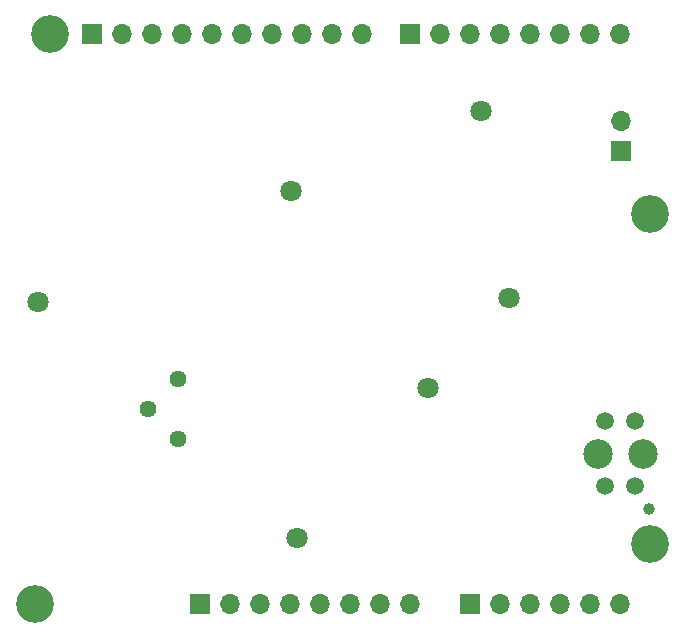
<source format=gbs>
%TF.GenerationSoftware,KiCad,Pcbnew,(6.0.7)*%
%TF.CreationDate,2023-02-07T21:03:53+01:00*%
%TF.ProjectId,002 ardu ino shield,30303220-6172-4647-9520-696e6f207368,rev?*%
%TF.SameCoordinates,Original*%
%TF.FileFunction,Soldermask,Bot*%
%TF.FilePolarity,Negative*%
%FSLAX46Y46*%
G04 Gerber Fmt 4.6, Leading zero omitted, Abs format (unit mm)*
G04 Created by KiCad (PCBNEW (6.0.7)) date 2023-02-07 21:03:53*
%MOMM*%
%LPD*%
G01*
G04 APERTURE LIST*
%ADD10R,1.700000X1.700000*%
%ADD11O,1.700000X1.700000*%
%ADD12C,2.500000*%
%ADD13C,1.000000*%
%ADD14C,1.500000*%
%ADD15C,1.800000*%
%ADD16C,3.200000*%
%ADD17C,1.440000*%
G04 APERTURE END LIST*
D10*
X127940000Y-97460000D03*
D11*
X130480000Y-97460000D03*
X133020000Y-97460000D03*
X135560000Y-97460000D03*
X138100000Y-97460000D03*
X140640000Y-97460000D03*
X143180000Y-97460000D03*
X145720000Y-97460000D03*
D10*
X150800000Y-97460000D03*
D11*
X153340000Y-97460000D03*
X155880000Y-97460000D03*
X158420000Y-97460000D03*
X160960000Y-97460000D03*
X163500000Y-97460000D03*
D10*
X118796000Y-49200000D03*
D11*
X121336000Y-49200000D03*
X123876000Y-49200000D03*
X126416000Y-49200000D03*
X128956000Y-49200000D03*
X131496000Y-49200000D03*
X134036000Y-49200000D03*
X136576000Y-49200000D03*
X139116000Y-49200000D03*
X141656000Y-49200000D03*
D10*
X145720000Y-49200000D03*
D11*
X148260000Y-49200000D03*
X150800000Y-49200000D03*
X153340000Y-49200000D03*
X155880000Y-49200000D03*
X158420000Y-49200000D03*
X160960000Y-49200000D03*
X163500000Y-49200000D03*
D12*
X165400000Y-84760000D03*
X161600000Y-84760000D03*
D13*
X165950000Y-89410000D03*
D14*
X162230000Y-82010000D03*
X164770000Y-82010000D03*
X162230000Y-87510000D03*
X164770000Y-87510000D03*
D10*
X163600000Y-59100000D03*
D11*
X163600000Y-56560000D03*
D15*
X114200000Y-71900000D03*
X136100000Y-91900000D03*
X151700000Y-55700000D03*
D16*
X115240000Y-49200000D03*
D17*
X126100000Y-83500000D03*
X123560000Y-80960000D03*
X126100000Y-78420000D03*
D15*
X154100000Y-71600000D03*
X135600000Y-62500000D03*
D16*
X113970000Y-97460000D03*
X166040000Y-64440000D03*
X166040000Y-92380000D03*
D15*
X147200000Y-79200000D03*
M02*

</source>
